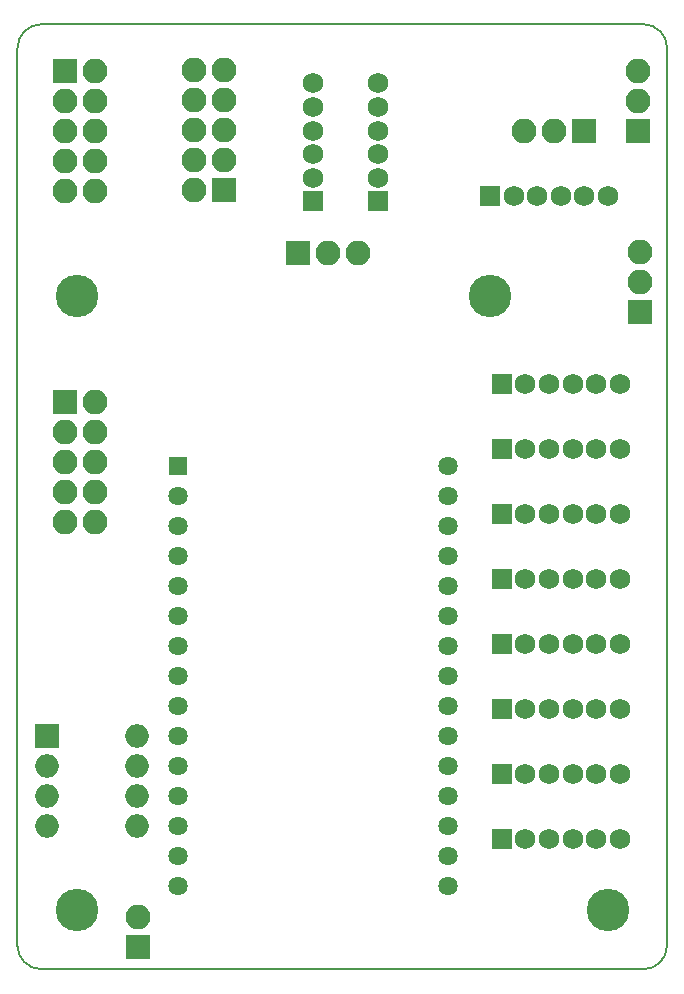
<source format=gbr>
G04 #@! TF.GenerationSoftware,KiCad,Pcbnew,(5.0.0-rc2-190-gf634b7565)*
G04 #@! TF.CreationDate,2018-07-18T23:06:55+02:00*
G04 #@! TF.ProjectId,IoP-mux8-1C,496F502D6D7578382D31432E6B696361,rev?*
G04 #@! TF.SameCoordinates,Original*
G04 #@! TF.FileFunction,Soldermask,Bot*
G04 #@! TF.FilePolarity,Negative*
%FSLAX46Y46*%
G04 Gerber Fmt 4.6, Leading zero omitted, Abs format (unit mm)*
G04 Created by KiCad (PCBNEW (5.0.0-rc2-190-gf634b7565)) date 07/18/18 23:06:55*
%MOMM*%
%LPD*%
G01*
G04 APERTURE LIST*
%ADD10C,0.200000*%
%ADD11O,2.100000X2.100000*%
%ADD12R,2.100000X2.100000*%
%ADD13R,1.750000X1.750000*%
%ADD14C,1.750000*%
%ADD15R,2.000000X2.000000*%
%ADD16O,2.000000X2.000000*%
%ADD17R,1.635000X1.635000*%
%ADD18C,1.635000*%
%ADD19C,3.600000*%
G04 APERTURE END LIST*
D10*
X180000000Y-125000000D02*
G75*
G02X178000000Y-123000000I0J2000000D01*
G01*
X231000000Y-45000000D02*
G75*
G02X233000000Y-47000000I0J-2000000D01*
G01*
X233000000Y-123000000D02*
G75*
G02X231000000Y-125000000I-2000000J0D01*
G01*
X178000000Y-47000000D02*
G75*
G02X180000000Y-45000000I2000000J0D01*
G01*
X178000000Y-47000000D02*
X178000000Y-123000000D01*
X231000000Y-45000000D02*
X180000000Y-45000000D01*
X233000000Y-123000000D02*
X233000000Y-47000000D01*
X180000000Y-125000000D02*
X231000000Y-125000000D01*
D11*
G04 #@! TO.C,J4*
X188181600Y-120609600D03*
D12*
X188181600Y-123149600D03*
G04 #@! TD*
D13*
G04 #@! TO.C,EXT4*
X219000000Y-92000000D03*
D14*
X221000000Y-92000000D03*
X223000000Y-92000000D03*
X225000000Y-92000000D03*
X227000000Y-92000000D03*
X229000000Y-92000000D03*
G04 #@! TD*
D12*
G04 #@! TO.C,JP4*
X201735000Y-64392000D03*
D11*
X204275000Y-64392000D03*
X206815000Y-64392000D03*
G04 #@! TD*
D15*
G04 #@! TO.C,SW1*
X180500000Y-105300000D03*
D16*
X188120000Y-112920000D03*
X180500000Y-107840000D03*
X188120000Y-110380000D03*
X180500000Y-110380000D03*
X188120000Y-107840000D03*
X180500000Y-112920000D03*
X188120000Y-105300000D03*
G04 #@! TD*
D14*
G04 #@! TO.C,LINK0*
X228000000Y-59500000D03*
X226000000Y-59500000D03*
X224000000Y-59500000D03*
X222000000Y-59500000D03*
X220000000Y-59500000D03*
D13*
X218000000Y-59500000D03*
G04 #@! TD*
D17*
G04 #@! TO.C,U1*
X191570000Y-82440000D03*
D18*
X191570000Y-84980000D03*
X191570000Y-87520000D03*
X191570000Y-90060000D03*
X191570000Y-92600000D03*
X191570000Y-95140000D03*
X191570000Y-97680000D03*
X191570000Y-100220000D03*
X191570000Y-102760000D03*
X191570000Y-105300000D03*
X191570000Y-107840000D03*
X191570000Y-110380000D03*
X191570000Y-112920000D03*
X191570000Y-115460000D03*
X191570000Y-118000000D03*
X214430000Y-118000000D03*
X214430000Y-115460000D03*
X214430000Y-112920000D03*
X214430000Y-110380000D03*
X214430000Y-107840000D03*
X214430000Y-105300000D03*
X214430000Y-102760000D03*
X214430000Y-100220000D03*
X214430000Y-97680000D03*
X214430000Y-95140000D03*
X214430000Y-92600000D03*
X214430000Y-90060000D03*
X214430000Y-87520000D03*
X214430000Y-84980000D03*
X214430000Y-82440000D03*
G04 #@! TD*
D12*
G04 #@! TO.C,J1*
X182000000Y-49000000D03*
D11*
X184540000Y-49000000D03*
X182000000Y-51540000D03*
X184540000Y-51540000D03*
X182000000Y-54080000D03*
X184540000Y-54080000D03*
X182000000Y-56620000D03*
X184540000Y-56620000D03*
X182000000Y-59160000D03*
X184540000Y-59160000D03*
G04 #@! TD*
G04 #@! TO.C,J3*
X192960000Y-48840000D03*
X195500000Y-48840000D03*
X192960000Y-51380000D03*
X195500000Y-51380000D03*
X192960000Y-53920000D03*
X195500000Y-53920000D03*
X192960000Y-56460000D03*
X195500000Y-56460000D03*
X192960000Y-59000000D03*
D12*
X195500000Y-59000000D03*
G04 #@! TD*
D19*
G04 #@! TO.C,MK4*
X228000000Y-120000000D03*
G04 #@! TD*
G04 #@! TO.C,MK3*
X218000000Y-68000000D03*
G04 #@! TD*
G04 #@! TO.C,MK2*
X183000000Y-120000000D03*
G04 #@! TD*
G04 #@! TO.C,MK1*
X183000000Y-68000000D03*
G04 #@! TD*
D12*
G04 #@! TO.C,JP1*
X230700000Y-69400000D03*
D11*
X230700000Y-66860000D03*
X230700000Y-64320000D03*
G04 #@! TD*
G04 #@! TO.C,JP2*
X230500000Y-48920000D03*
X230500000Y-51460000D03*
D12*
X230500000Y-54000000D03*
G04 #@! TD*
G04 #@! TO.C,JP3*
X226000000Y-54000000D03*
D11*
X223460000Y-54000000D03*
X220920000Y-54000000D03*
G04 #@! TD*
D12*
G04 #@! TO.C,J2*
X182000000Y-77000000D03*
D11*
X184540000Y-77000000D03*
X182000000Y-79540000D03*
X184540000Y-79540000D03*
X182000000Y-82080000D03*
X184540000Y-82080000D03*
X182000000Y-84620000D03*
X184540000Y-84620000D03*
X182000000Y-87160000D03*
X184540000Y-87160000D03*
G04 #@! TD*
D13*
G04 #@! TO.C,EXT2*
X219000000Y-103000000D03*
D14*
X221000000Y-103000000D03*
X223000000Y-103000000D03*
X225000000Y-103000000D03*
X227000000Y-103000000D03*
X229000000Y-103000000D03*
G04 #@! TD*
G04 #@! TO.C,LOC1*
X203000000Y-50000000D03*
X203000000Y-52000000D03*
X203000000Y-54000000D03*
X203000000Y-56000000D03*
X203000000Y-58000000D03*
D13*
X203000000Y-60000000D03*
G04 #@! TD*
G04 #@! TO.C,LOC0*
X208500000Y-60000000D03*
D14*
X208500000Y-58000000D03*
X208500000Y-56000000D03*
X208500000Y-54000000D03*
X208500000Y-52000000D03*
X208500000Y-50000000D03*
G04 #@! TD*
D13*
G04 #@! TO.C,EXT0*
X219000000Y-114000000D03*
D14*
X221000000Y-114000000D03*
X223000000Y-114000000D03*
X225000000Y-114000000D03*
X227000000Y-114000000D03*
X229000000Y-114000000D03*
G04 #@! TD*
G04 #@! TO.C,EXT3*
X229000000Y-97500000D03*
X227000000Y-97500000D03*
X225000000Y-97500000D03*
X223000000Y-97500000D03*
X221000000Y-97500000D03*
D13*
X219000000Y-97500000D03*
G04 #@! TD*
D14*
G04 #@! TO.C,EXT6*
X229000000Y-81000000D03*
X227000000Y-81000000D03*
X225000000Y-81000000D03*
X223000000Y-81000000D03*
X221000000Y-81000000D03*
D13*
X219000000Y-81000000D03*
G04 #@! TD*
G04 #@! TO.C,EXT7*
X219000000Y-75500000D03*
D14*
X221000000Y-75500000D03*
X223000000Y-75500000D03*
X225000000Y-75500000D03*
X227000000Y-75500000D03*
X229000000Y-75500000D03*
G04 #@! TD*
G04 #@! TO.C,EXT5*
X229000000Y-86500000D03*
X227000000Y-86500000D03*
X225000000Y-86500000D03*
X223000000Y-86500000D03*
X221000000Y-86500000D03*
D13*
X219000000Y-86500000D03*
G04 #@! TD*
G04 #@! TO.C,EXT1*
X219000000Y-108500000D03*
D14*
X221000000Y-108500000D03*
X223000000Y-108500000D03*
X225000000Y-108500000D03*
X227000000Y-108500000D03*
X229000000Y-108500000D03*
G04 #@! TD*
M02*

</source>
